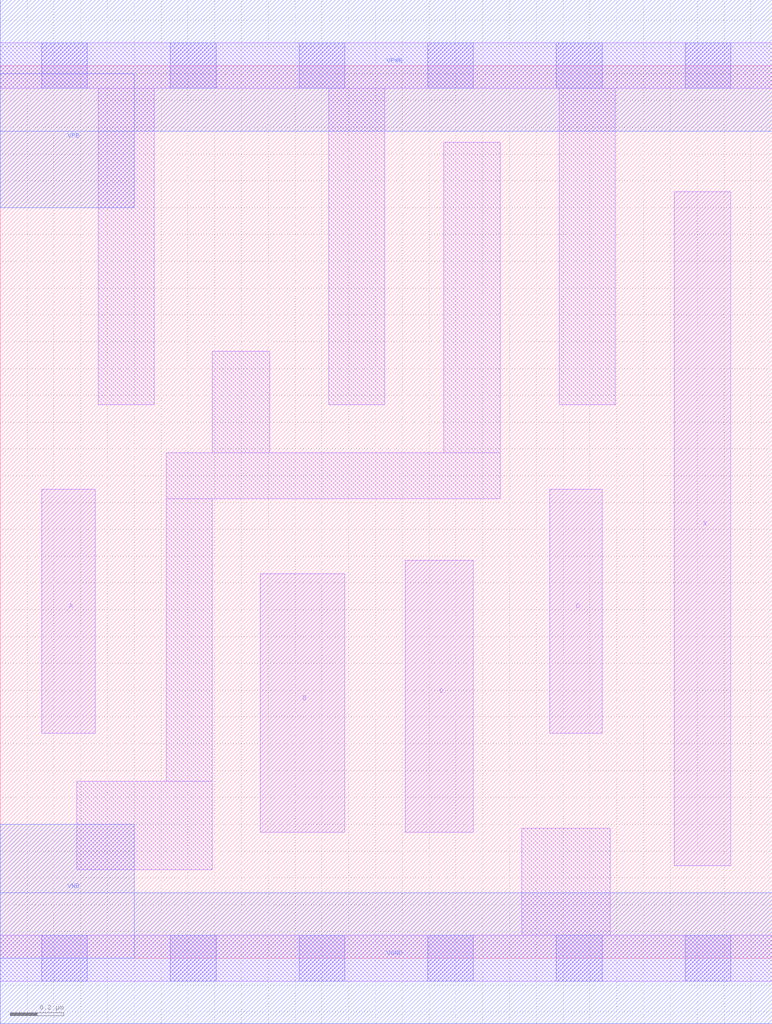
<source format=lef>
# Copyright 2020 The SkyWater PDK Authors
#
# Licensed under the Apache License, Version 2.0 (the "License");
# you may not use this file except in compliance with the License.
# You may obtain a copy of the License at
#
#     https://www.apache.org/licenses/LICENSE-2.0
#
# Unless required by applicable law or agreed to in writing, software
# distributed under the License is distributed on an "AS IS" BASIS,
# WITHOUT WARRANTIES OR CONDITIONS OF ANY KIND, either express or implied.
# See the License for the specific language governing permissions and
# limitations under the License.
#
# SPDX-License-Identifier: Apache-2.0

VERSION 5.5 ;
NAMESCASESENSITIVE ON ;
BUSBITCHARS "[]" ;
DIVIDERCHAR "/" ;
MACRO sky130_fd_sc_lp__and4_m
  CLASS CORE ;
  SOURCE USER ;
  ORIGIN  0.000000  0.000000 ;
  SIZE  2.880000 BY  3.330000 ;
  SYMMETRY X Y R90 ;
  SITE unit ;
  PIN A
    ANTENNAGATEAREA  0.126000 ;
    DIRECTION INPUT ;
    USE SIGNAL ;
    PORT
      LAYER li1 ;
        RECT 0.155000 0.840000 0.355000 1.750000 ;
    END
  END A
  PIN B
    ANTENNAGATEAREA  0.126000 ;
    DIRECTION INPUT ;
    USE SIGNAL ;
    PORT
      LAYER li1 ;
        RECT 0.970000 0.470000 1.285000 1.435000 ;
    END
  END B
  PIN C
    ANTENNAGATEAREA  0.126000 ;
    DIRECTION INPUT ;
    USE SIGNAL ;
    PORT
      LAYER li1 ;
        RECT 1.510000 0.470000 1.765000 1.485000 ;
    END
  END C
  PIN D
    ANTENNAGATEAREA  0.126000 ;
    DIRECTION INPUT ;
    USE SIGNAL ;
    PORT
      LAYER li1 ;
        RECT 2.050000 0.840000 2.245000 1.750000 ;
    END
  END D
  PIN X
    ANTENNADIFFAREA  0.222600 ;
    DIRECTION OUTPUT ;
    USE SIGNAL ;
    PORT
      LAYER li1 ;
        RECT 2.515000 0.345000 2.725000 2.860000 ;
    END
  END X
  PIN VGND
    DIRECTION INOUT ;
    USE GROUND ;
    PORT
      LAYER met1 ;
        RECT 0.000000 -0.245000 2.880000 0.245000 ;
    END
  END VGND
  PIN VNB
    DIRECTION INOUT ;
    USE GROUND ;
    PORT
    END
  END VNB
  PIN VPB
    DIRECTION INOUT ;
    USE POWER ;
    PORT
    END
  END VPB
  PIN VNB
    DIRECTION INOUT ;
    USE GROUND ;
    PORT
      LAYER met1 ;
        RECT 0.000000 0.000000 0.500000 0.500000 ;
    END
  END VNB
  PIN VPB
    DIRECTION INOUT ;
    USE POWER ;
    PORT
      LAYER met1 ;
        RECT 0.000000 2.800000 0.500000 3.300000 ;
    END
  END VPB
  PIN VPWR
    DIRECTION INOUT ;
    USE POWER ;
    PORT
      LAYER met1 ;
        RECT 0.000000 3.085000 2.880000 3.575000 ;
    END
  END VPWR
  OBS
    LAYER li1 ;
      RECT 0.000000 -0.085000 2.880000 0.085000 ;
      RECT 0.000000  3.245000 2.880000 3.415000 ;
      RECT 0.285000  0.330000 0.790000 0.660000 ;
      RECT 0.365000  2.065000 0.575000 3.245000 ;
      RECT 0.620000  0.660000 0.790000 1.715000 ;
      RECT 0.620000  1.715000 1.865000 1.885000 ;
      RECT 0.790000  1.885000 1.005000 2.265000 ;
      RECT 1.225000  2.065000 1.435000 3.245000 ;
      RECT 1.655000  1.885000 1.865000 3.045000 ;
      RECT 1.945000  0.085000 2.275000 0.485000 ;
      RECT 2.085000  2.065000 2.295000 3.245000 ;
    LAYER mcon ;
      RECT 0.155000 -0.085000 0.325000 0.085000 ;
      RECT 0.155000  3.245000 0.325000 3.415000 ;
      RECT 0.635000 -0.085000 0.805000 0.085000 ;
      RECT 0.635000  3.245000 0.805000 3.415000 ;
      RECT 1.115000 -0.085000 1.285000 0.085000 ;
      RECT 1.115000  3.245000 1.285000 3.415000 ;
      RECT 1.595000 -0.085000 1.765000 0.085000 ;
      RECT 1.595000  3.245000 1.765000 3.415000 ;
      RECT 2.075000 -0.085000 2.245000 0.085000 ;
      RECT 2.075000  3.245000 2.245000 3.415000 ;
      RECT 2.555000 -0.085000 2.725000 0.085000 ;
      RECT 2.555000  3.245000 2.725000 3.415000 ;
  END
END sky130_fd_sc_lp__and4_m
END LIBRARY

</source>
